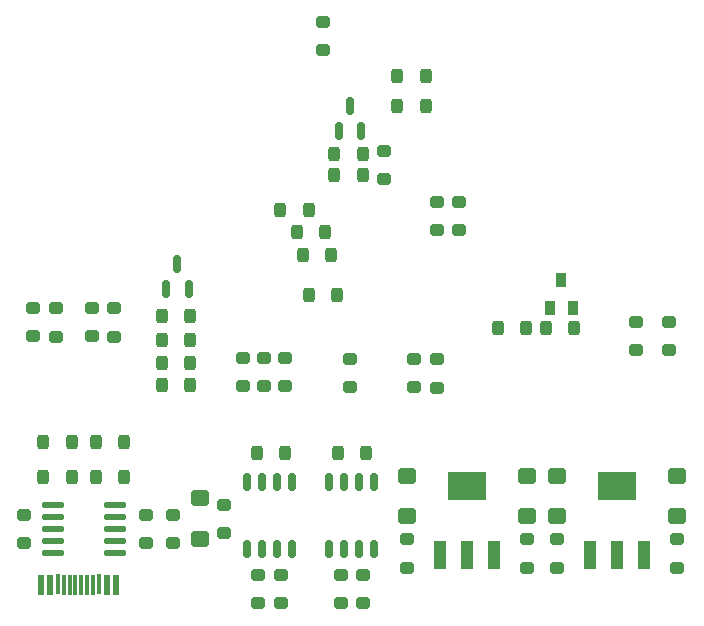
<source format=gbp>
G04*
G04 #@! TF.GenerationSoftware,Altium Limited,Altium Designer,23.1.1 (15)*
G04*
G04 Layer_Color=128*
%FSAX25Y25*%
%MOIN*%
G70*
G04*
G04 #@! TF.SameCoordinates,B82E7E18-3205-491C-BA0E-7F24CF85224E*
G04*
G04*
G04 #@! TF.FilePolarity,Positive*
G04*
G01*
G75*
G04:AMPARAMS|DCode=23|XSize=39.37mil|YSize=47.24mil|CornerRadius=9.84mil|HoleSize=0mil|Usage=FLASHONLY|Rotation=270.000|XOffset=0mil|YOffset=0mil|HoleType=Round|Shape=RoundedRectangle|*
%AMROUNDEDRECTD23*
21,1,0.03937,0.02756,0,0,270.0*
21,1,0.01968,0.04724,0,0,270.0*
1,1,0.01968,-0.01378,-0.00984*
1,1,0.01968,-0.01378,0.00984*
1,1,0.01968,0.01378,0.00984*
1,1,0.01968,0.01378,-0.00984*
%
%ADD23ROUNDEDRECTD23*%
G04:AMPARAMS|DCode=25|XSize=39.37mil|YSize=47.24mil|CornerRadius=9.84mil|HoleSize=0mil|Usage=FLASHONLY|Rotation=0.000|XOffset=0mil|YOffset=0mil|HoleType=Round|Shape=RoundedRectangle|*
%AMROUNDEDRECTD25*
21,1,0.03937,0.02756,0,0,0.0*
21,1,0.01968,0.04724,0,0,0.0*
1,1,0.01968,0.00984,-0.01378*
1,1,0.01968,-0.00984,-0.01378*
1,1,0.01968,-0.00984,0.01378*
1,1,0.01968,0.00984,0.01378*
%
%ADD25ROUNDEDRECTD25*%
G04:AMPARAMS|DCode=90|XSize=70.87mil|YSize=20mil|CornerRadius=5mil|HoleSize=0mil|Usage=FLASHONLY|Rotation=180.000|XOffset=0mil|YOffset=0mil|HoleType=Round|Shape=RoundedRectangle|*
%AMROUNDEDRECTD90*
21,1,0.07087,0.01000,0,0,180.0*
21,1,0.06087,0.02000,0,0,180.0*
1,1,0.01000,-0.03043,0.00500*
1,1,0.01000,0.03043,0.00500*
1,1,0.01000,0.03043,-0.00500*
1,1,0.01000,-0.03043,-0.00500*
%
%ADD90ROUNDEDRECTD90*%
G04:AMPARAMS|DCode=91|XSize=59.06mil|YSize=27.56mil|CornerRadius=6.89mil|HoleSize=0mil|Usage=FLASHONLY|Rotation=270.000|XOffset=0mil|YOffset=0mil|HoleType=Round|Shape=RoundedRectangle|*
%AMROUNDEDRECTD91*
21,1,0.05906,0.01378,0,0,270.0*
21,1,0.04528,0.02756,0,0,270.0*
1,1,0.01378,-0.00689,-0.02264*
1,1,0.01378,-0.00689,0.02264*
1,1,0.01378,0.00689,0.02264*
1,1,0.01378,0.00689,-0.02264*
%
%ADD91ROUNDEDRECTD91*%
%ADD92R,0.03543X0.04724*%
%ADD93R,0.12992X0.09449*%
%ADD94R,0.03937X0.09449*%
G04:AMPARAMS|DCode=95|XSize=55.12mil|YSize=62.99mil|CornerRadius=13.78mil|HoleSize=0mil|Usage=FLASHONLY|Rotation=270.000|XOffset=0mil|YOffset=0mil|HoleType=Round|Shape=RoundedRectangle|*
%AMROUNDEDRECTD95*
21,1,0.05512,0.03543,0,0,270.0*
21,1,0.02756,0.06299,0,0,270.0*
1,1,0.02756,-0.01772,-0.01378*
1,1,0.02756,-0.01772,0.01378*
1,1,0.02756,0.01772,0.01378*
1,1,0.02756,0.01772,-0.01378*
%
%ADD95ROUNDEDRECTD95*%
G04:AMPARAMS|DCode=96|XSize=27.56mil|YSize=59.06mil|CornerRadius=6.89mil|HoleSize=0mil|Usage=FLASHONLY|Rotation=180.000|XOffset=0mil|YOffset=0mil|HoleType=Round|Shape=RoundedRectangle|*
%AMROUNDEDRECTD96*
21,1,0.02756,0.04528,0,0,180.0*
21,1,0.01378,0.05906,0,0,180.0*
1,1,0.01378,-0.00689,0.02264*
1,1,0.01378,0.00689,0.02264*
1,1,0.01378,0.00689,-0.02264*
1,1,0.01378,-0.00689,-0.02264*
%
%ADD96ROUNDEDRECTD96*%
%ADD97R,0.02362X0.07087*%
%ADD98R,0.01181X0.07087*%
D23*
X0207500Y0103250D02*
D03*
Y0112624D02*
D03*
X0200000Y0103313D02*
D03*
Y0112687D02*
D03*
X0274000Y0115813D02*
D03*
Y0125187D02*
D03*
X0285000Y0115813D02*
D03*
Y0125187D02*
D03*
X0070000Y0051313D02*
D03*
Y0060687D02*
D03*
X0287500Y0043250D02*
D03*
Y0052624D02*
D03*
X0237500Y0043250D02*
D03*
Y0052624D02*
D03*
X0247500Y0043250D02*
D03*
Y0052624D02*
D03*
X0197500Y0043250D02*
D03*
Y0052624D02*
D03*
X0175500Y0040687D02*
D03*
Y0031313D02*
D03*
X0183000Y0040687D02*
D03*
Y0031313D02*
D03*
X0136500Y0064250D02*
D03*
Y0054876D02*
D03*
X0110500Y0060687D02*
D03*
Y0051313D02*
D03*
X0119500D02*
D03*
Y0060687D02*
D03*
X0092500Y0129687D02*
D03*
Y0120313D02*
D03*
X0100000Y0129624D02*
D03*
Y0120250D02*
D03*
X0215000Y0155876D02*
D03*
Y0165250D02*
D03*
X0207500Y0155876D02*
D03*
Y0165250D02*
D03*
X0190000Y0172876D02*
D03*
Y0182250D02*
D03*
X0178500Y0112681D02*
D03*
Y0103307D02*
D03*
X0169500Y0225124D02*
D03*
Y0215750D02*
D03*
X0157000Y0103813D02*
D03*
Y0113187D02*
D03*
X0150000Y0103813D02*
D03*
Y0113187D02*
D03*
X0143000Y0103813D02*
D03*
Y0113187D02*
D03*
X0073000Y0129687D02*
D03*
Y0120313D02*
D03*
X0080500Y0129624D02*
D03*
Y0120250D02*
D03*
X0148000Y0031313D02*
D03*
Y0040687D02*
D03*
X0155500Y0031313D02*
D03*
Y0040687D02*
D03*
D25*
X0093750Y0073500D02*
D03*
X0103124D02*
D03*
X0103187Y0085000D02*
D03*
X0093813D02*
D03*
X0183750Y0081500D02*
D03*
X0174376D02*
D03*
X0237187Y0123000D02*
D03*
X0227813D02*
D03*
X0253187D02*
D03*
X0243813D02*
D03*
X0076313Y0085000D02*
D03*
X0085687D02*
D03*
Y0073500D02*
D03*
X0076313D02*
D03*
X0156750Y0081500D02*
D03*
X0147376D02*
D03*
X0125187Y0127000D02*
D03*
X0115813D02*
D03*
Y0119000D02*
D03*
X0125187D02*
D03*
Y0111500D02*
D03*
X0115813D02*
D03*
X0125124Y0104000D02*
D03*
X0115750D02*
D03*
X0155313Y0162500D02*
D03*
X0164687D02*
D03*
X0160813Y0155000D02*
D03*
X0170187D02*
D03*
X0162813Y0147500D02*
D03*
X0172187D02*
D03*
X0164813Y0134000D02*
D03*
X0174187D02*
D03*
X0182687Y0174000D02*
D03*
X0173313D02*
D03*
X0182687Y0181000D02*
D03*
X0173313D02*
D03*
X0203687Y0197000D02*
D03*
X0194313D02*
D03*
X0203687Y0207000D02*
D03*
X0194313D02*
D03*
D90*
X0079606Y0048252D02*
D03*
Y0052189D02*
D03*
Y0056126D02*
D03*
Y0060063D02*
D03*
Y0064000D02*
D03*
X0100079Y0048252D02*
D03*
Y0052189D02*
D03*
Y0056126D02*
D03*
Y0060063D02*
D03*
Y0064000D02*
D03*
D91*
X0186598Y0049461D02*
D03*
X0181598D02*
D03*
X0176598D02*
D03*
X0171598D02*
D03*
Y0071720D02*
D03*
X0176598D02*
D03*
X0181598D02*
D03*
X0186598D02*
D03*
X0159201Y0049461D02*
D03*
X0154201D02*
D03*
X0149201D02*
D03*
X0144201D02*
D03*
Y0071720D02*
D03*
X0149201D02*
D03*
X0154201D02*
D03*
X0159201D02*
D03*
D92*
X0249000Y0139134D02*
D03*
X0252740Y0129866D02*
D03*
X0245260D02*
D03*
D93*
X0267500Y0070417D02*
D03*
X0217500Y0070335D02*
D03*
D94*
X0258445Y0047583D02*
D03*
X0267500D02*
D03*
X0276555D02*
D03*
X0208445Y0047500D02*
D03*
X0217500D02*
D03*
X0226555D02*
D03*
D95*
X0197500Y0073937D02*
D03*
Y0060313D02*
D03*
X0128500Y0066437D02*
D03*
Y0052813D02*
D03*
X0287500Y0060313D02*
D03*
Y0073937D02*
D03*
X0247500Y0060313D02*
D03*
Y0073937D02*
D03*
X0237500Y0060313D02*
D03*
Y0073937D02*
D03*
D96*
X0124740Y0136153D02*
D03*
X0117260Y0136153D02*
D03*
X0121000Y0144421D02*
D03*
X0182319Y0188732D02*
D03*
X0174839Y0188732D02*
D03*
X0178579Y0197000D02*
D03*
D97*
X0097449Y0037508D02*
D03*
X0100598D02*
D03*
X0075402D02*
D03*
X0078551D02*
D03*
D98*
X0094890Y0037795D02*
D03*
X0092921Y0037508D02*
D03*
X0090953D02*
D03*
X0081110Y0037795D02*
D03*
X0083079Y0037508D02*
D03*
X0085047D02*
D03*
X0087016D02*
D03*
X0088984D02*
D03*
M02*

</source>
